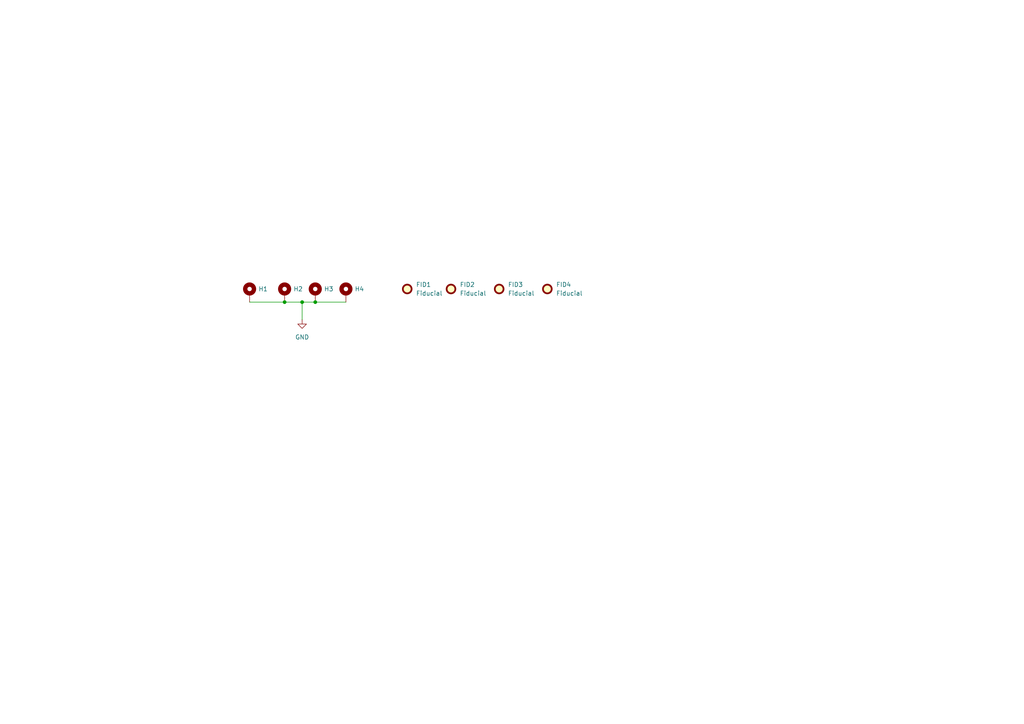
<source format=kicad_sch>
(kicad_sch (version 20250114) (generator "eeschema") (generator_version "9.0")
  (paper "A4")
  (lib_symbols
    (symbol "Mechanical:Fiducial" (in_bom no)
      (property "Reference" "FID" (at 0 5.08 0))
      (property "Value" "Fiducial" (at 0 3.175 0))
      (symbol "Fiducial_0_1"
        (circle (center 0 0) (radius 1.27) (stroke (width 0.508)) (fill (type background)))
      )
    )
    (symbol "Mechanical:MountingHole_Pad" (pin_numbers (hide yes)) (pin_names (offset 1.016) (hide yes)) (in_bom no)
      (property "Reference" "H" (at 0 6.35 0))
      (property "Value" "MountingHole_Pad" (at 0 4.445 0))
      (symbol "MountingHole_Pad_0_1"
        (circle (center 0 1.27) (radius 1.27) (stroke (width 1.27)))
      )
      (symbol "MountingHole_Pad_1_1"
        (pin input line (at 0 -2.54 90) (length 2.54) (name "1") (number "1"))
      )
    )
    (symbol "power:GND" (power) (pin_numbers (hide yes)) (pin_names (offset 0) (hide yes))
      (property "Value" "GND" (at 0 -3.81 0))
      (symbol "GND_0_1"
        (polyline (pts (xy 0 0) (xy 0 -1.27) (xy 1.27 -1.27) (xy 0 -2.54) (xy -1.27 -1.27) (xy 0 -1.27)))
      )
      (symbol "GND_1_1"
        (pin power_in line (at 0 0 270) (length 0) (name "~") (number "1"))
      )
    )
  )
  (junction (at 87.63 87.63))
  (junction (at 82.55 87.63))
  (junction (at 91.44 87.63))
  (wire (pts (xy 72.39 87.63) (xy 82.55 87.63)))
  (wire (pts (xy 82.55 87.63) (xy 87.63 87.63)))
  (wire (pts (xy 87.63 92.71) (xy 87.63 87.63)))
  (wire (pts (xy 91.44 87.63) (xy 100.33 87.63)))
  (wire (pts (xy 87.63 87.63) (xy 91.44 87.63)))
  (symbol (lib_id "Mechanical:MountingHole_Pad") (at 91.44 85.09 0) (unit 1) (in_bom no)
    (property "Reference" "H3" (at 93.98 83.8199 0) (effects (justify left)))
    (property "Value" "MountingHole_Pad" (effects (hide yes)))
    (property "Footprint" "MountingHole:MountingHole_2.5mm_Pad" (effects (hide yes)))
    (property "Description" "Mounting Hole with connection" (effects (hide yes)))
  )
  (symbol (lib_id "Mechanical:MountingHole_Pad") (at 82.55 85.09 0) (unit 1) (in_bom no)
    (property "Reference" "H2" (at 85.09 83.8199 0) (effects (justify left)))
    (property "Value" "MountingHole_Pad" (effects (hide yes)))
    (property "Footprint" "MountingHole:MountingHole_2.5mm_Pad" (effects (hide yes)))
    (property "Description" "Mounting Hole with connection" (effects (hide yes)))
  )
  (symbol (lib_id "power:GND") (at 87.63 92.71 0) (unit 1)
    (property "Reference" "#PWR06" (effects (hide yes)))
    (property "Value" "GND" (at 87.63 97.79 0))
    (property "Description" "Power symbol creates a global label with name \"GND\" , ground" (effects (hide yes)))
  )
  (symbol (lib_id "Mechanical:MountingHole_Pad") (at 100.33 85.09 0) (unit 1) (in_bom no)
    (property "Reference" "H4" (at 102.87 83.8199 0) (effects (justify left)))
    (property "Value" "MountingHole_Pad" (effects (hide yes)))
    (property "Footprint" "MountingHole:MountingHole_2.5mm_Pad" (effects (hide yes)))
    (property "Description" "Mounting Hole with connection" (effects (hide yes)))
  )
  (symbol (lib_id "Mechanical:Fiducial") (at 118.11 83.82 0) (unit 1) (in_bom no)
    (property "Reference" "FID1" (at 120.65 82.5499 0) (effects (justify left)))
    (property "Value" "Fiducial" (at 120.65 85.0899 0) (effects (justify left)))
    (property "Footprint" "Fiducial:Fiducial_1.5mm_Mask3mm" (effects (hide yes)))
    (property "Description" "Fiducial Marker" (effects (hide yes)))
  )
  (symbol (lib_id "Mechanical:Fiducial") (at 158.75 83.82 0) (unit 1) (in_bom no)
    (property "Reference" "FID4" (at 161.29 82.5499 0) (effects (justify left)))
    (property "Value" "Fiducial" (at 161.29 85.0899 0) (effects (justify left)))
    (property "Footprint" "Fiducial:Fiducial_1.5mm_Mask3mm" (effects (hide yes)))
    (property "Description" "Fiducial Marker" (effects (hide yes)))
  )
  (symbol (lib_id "Mechanical:MountingHole_Pad") (at 72.39 85.09 0) (unit 1) (in_bom no)
    (property "Reference" "H1" (at 74.93 83.8199 0) (effects (justify left)))
    (property "Value" "MountingHole_Pad" (effects (hide yes)))
    (property "Footprint" "MountingHole:MountingHole_2.5mm_Pad" (effects (hide yes)))
    (property "Description" "Mounting Hole with connection" (effects (hide yes)))
  )
  (symbol (lib_id "Mechanical:Fiducial") (at 130.81 83.82 0) (unit 1) (in_bom no)
    (property "Reference" "FID2" (at 133.35 82.5499 0) (effects (justify left)))
    (property "Value" "Fiducial" (at 133.35 85.0899 0) (effects (justify left)))
    (property "Footprint" "Fiducial:Fiducial_1.5mm_Mask3mm" (effects (hide yes)))
    (property "Description" "Fiducial Marker" (effects (hide yes)))
  )
  (symbol (lib_id "Mechanical:Fiducial") (at 144.78 83.82 0) (unit 1) (in_bom no)
    (property "Reference" "FID3" (at 147.32 82.5499 0) (effects (justify left)))
    (property "Value" "Fiducial" (at 147.32 85.0899 0) (effects (justify left)))
    (property "Footprint" "Fiducial:Fiducial_1.5mm_Mask3mm" (effects (hide yes)))
    (property "Description" "Fiducial Marker" (effects (hide yes)))
  )
)
</source>
